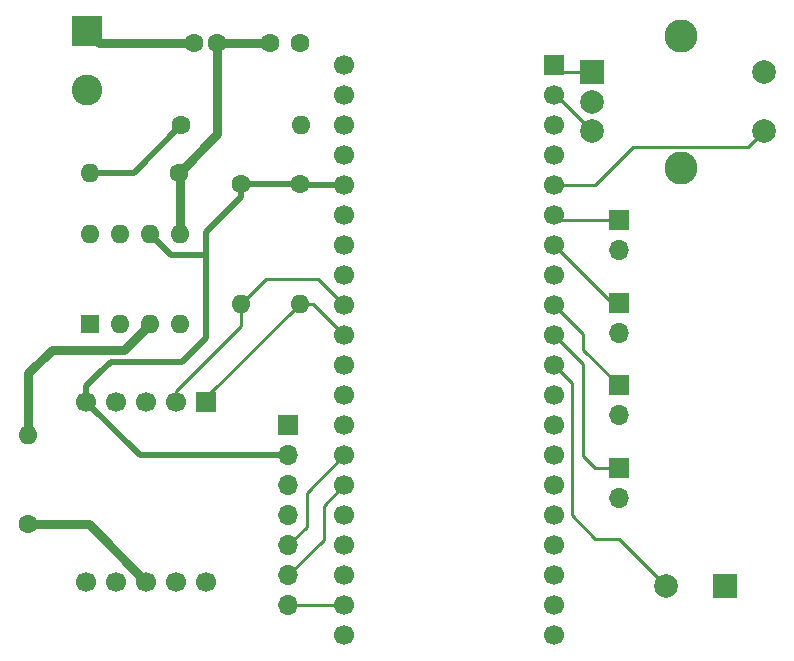
<source format=gbr>
%TF.GenerationSoftware,KiCad,Pcbnew,(6.0.4)*%
%TF.CreationDate,2023-07-03T21:21:24-07:00*%
%TF.ProjectId,299_RadioConfig,3239395f-5261-4646-996f-436f6e666967,rev?*%
%TF.SameCoordinates,Original*%
%TF.FileFunction,Copper,L1,Top*%
%TF.FilePolarity,Positive*%
%FSLAX46Y46*%
G04 Gerber Fmt 4.6, Leading zero omitted, Abs format (unit mm)*
G04 Created by KiCad (PCBNEW (6.0.4)) date 2023-07-03 21:21:24*
%MOMM*%
%LPD*%
G01*
G04 APERTURE LIST*
%TA.AperFunction,ComponentPad*%
%ADD10R,1.700000X1.700000*%
%TD*%
%TA.AperFunction,ComponentPad*%
%ADD11C,1.700000*%
%TD*%
%TA.AperFunction,ComponentPad*%
%ADD12C,1.600000*%
%TD*%
%TA.AperFunction,ComponentPad*%
%ADD13O,1.600000X1.600000*%
%TD*%
%TA.AperFunction,ComponentPad*%
%ADD14O,1.700000X1.700000*%
%TD*%
%TA.AperFunction,ComponentPad*%
%ADD15R,2.600000X2.600000*%
%TD*%
%TA.AperFunction,ComponentPad*%
%ADD16C,2.600000*%
%TD*%
%TA.AperFunction,ComponentPad*%
%ADD17R,2.000000X2.000000*%
%TD*%
%TA.AperFunction,ComponentPad*%
%ADD18C,2.000000*%
%TD*%
%TA.AperFunction,ComponentPad*%
%ADD19C,2.800000*%
%TD*%
%TA.AperFunction,ComponentPad*%
%ADD20R,1.600000X1.600000*%
%TD*%
%TA.AperFunction,Conductor*%
%ADD21C,0.750000*%
%TD*%
%TA.AperFunction,Conductor*%
%ADD22C,0.250000*%
%TD*%
%TA.AperFunction,Conductor*%
%ADD23C,0.500000*%
%TD*%
G04 APERTURE END LIST*
D10*
%TO.P,U2,1,SDIO*%
%TO.N,Net-(R2-Pad2)*%
X147080000Y-83380000D03*
D11*
%TO.P,U2,2,SCLK*%
%TO.N,Net-(R1-Pad2)*%
X144540000Y-83380000D03*
%TO.P,U2,3,N/C*%
%TO.N,unconnected-(U2-Pad3)*%
X142000000Y-83380000D03*
%TO.P,U2,4,N/C*%
%TO.N,unconnected-(U2-Pad4)*%
X139460000Y-83380000D03*
%TO.P,U2,5,VDD*%
%TO.N,Net-(DISP1-Pad2)*%
X136920000Y-83380000D03*
%TO.P,U2,6,GND*%
%TO.N,GND*%
X136920000Y-98620000D03*
%TO.P,U2,7,ROUT*%
%TO.N,unconnected-(U2-Pad7)*%
X139460000Y-98620000D03*
%TO.P,U2,8,LOUT*%
%TO.N,Net-(C4-Pad1)*%
X142000000Y-98620000D03*
%TO.P,U2,9,N/C*%
%TO.N,unconnected-(U2-Pad9)*%
X144540000Y-98620000D03*
%TO.P,U2,10,FMIN*%
%TO.N,unconnected-(U2-Pad10)*%
X147080000Y-98620000D03*
%TD*%
D12*
%TO.P,C3,1*%
%TO.N,Net-(C1-Pad1)*%
X148000000Y-53000000D03*
%TO.P,C3,2*%
%TO.N,Net-(C3-Pad2)*%
X146000000Y-53000000D03*
%TD*%
%TO.P,C2,1*%
%TO.N,GND*%
X155000000Y-53000000D03*
%TO.P,C2,2*%
%TO.N,Net-(C1-Pad1)*%
X152500000Y-53000000D03*
%TD*%
%TO.P,R1,1*%
%TO.N,Net-(DISP1-Pad2)*%
X150000000Y-64920000D03*
D13*
%TO.P,R1,2*%
%TO.N,Net-(R1-Pad2)*%
X150000000Y-75080000D03*
%TD*%
D10*
%TO.P,SW5,1,1*%
%TO.N,Net-(SW5-Pad1)*%
X182000000Y-89000000D03*
D14*
%TO.P,SW5,2,2*%
%TO.N,GND*%
X182000000Y-91540000D03*
%TD*%
D12*
%TO.P,R2,1*%
%TO.N,Net-(DISP1-Pad2)*%
X155000000Y-64920000D03*
D13*
%TO.P,R2,2*%
%TO.N,Net-(R2-Pad2)*%
X155000000Y-75080000D03*
%TD*%
D15*
%TO.P,LS1,1,1*%
%TO.N,Net-(C3-Pad2)*%
X137000000Y-52000000D03*
D16*
%TO.P,LS1,2,2*%
%TO.N,GND*%
X137000000Y-57000000D03*
%TD*%
D17*
%TO.P,SW1,A,A*%
%TO.N,Net-(SW1-PadA)*%
X179750000Y-55500000D03*
D18*
%TO.P,SW1,B,B*%
%TO.N,Net-(SW1-PadB)*%
X179750000Y-60500000D03*
%TO.P,SW1,C,C*%
%TO.N,GND*%
X179750000Y-58000000D03*
D19*
%TO.P,SW1,MP*%
%TO.N,unconnected-(SW1-PadMP)*%
X187250000Y-52400000D03*
X187250000Y-63600000D03*
D18*
%TO.P,SW1,S1,S1*%
%TO.N,GND*%
X194250000Y-55500000D03*
%TO.P,SW1,S2,S2*%
%TO.N,Net-(SW1-PadS2)*%
X194250000Y-60500000D03*
%TD*%
D10*
%TO.P,SW3,1,1*%
%TO.N,Net-(SW3-Pad1)*%
X182000000Y-68000000D03*
D14*
%TO.P,SW3,2,2*%
%TO.N,GND*%
X182000000Y-70540000D03*
%TD*%
D12*
%TO.P,R3,1*%
%TO.N,Net-(C1-Pad2)*%
X144920000Y-60000000D03*
D13*
%TO.P,R3,2*%
%TO.N,GND*%
X155080000Y-60000000D03*
%TD*%
D10*
%TO.P,SW2,1,1*%
%TO.N,Net-(SW2-Pad1)*%
X182000000Y-75000000D03*
D14*
%TO.P,SW2,2,2*%
%TO.N,GND*%
X182000000Y-77540000D03*
%TD*%
D17*
%TO.P,BZ1,1,-*%
%TO.N,GND*%
X191000000Y-99000000D03*
D18*
%TO.P,BZ1,2,+*%
%TO.N,Net-(U1-Pad11)*%
X186000000Y-99000000D03*
%TD*%
D12*
%TO.P,C1,1*%
%TO.N,Net-(C1-Pad1)*%
X144750000Y-64000000D03*
D13*
%TO.P,C1,2*%
%TO.N,Net-(C1-Pad2)*%
X137250000Y-64000000D03*
%TD*%
D20*
%TO.P,U3,1,GAIN*%
%TO.N,unconnected-(U3-Pad1)*%
X137200000Y-76800000D03*
D13*
%TO.P,U3,2,-*%
%TO.N,GND*%
X139740000Y-76800000D03*
%TO.P,U3,3,+*%
%TO.N,Net-(C4-Pad2)*%
X142280000Y-76800000D03*
%TO.P,U3,4,GND*%
%TO.N,GND*%
X144820000Y-76800000D03*
%TO.P,U3,5*%
%TO.N,Net-(C1-Pad1)*%
X144820000Y-69180000D03*
%TO.P,U3,6,V+*%
%TO.N,Net-(DISP1-Pad2)*%
X142280000Y-69180000D03*
%TO.P,U3,7,BYPASS*%
%TO.N,unconnected-(U3-Pad7)*%
X139740000Y-69180000D03*
%TO.P,U3,8,GAIN*%
%TO.N,unconnected-(U3-Pad8)*%
X137200000Y-69180000D03*
%TD*%
D10*
%TO.P,DISP1,1,VSS/GND*%
%TO.N,GND*%
X154000000Y-85375000D03*
D14*
%TO.P,DISP1,2,VDD*%
%TO.N,Net-(DISP1-Pad2)*%
X154000000Y-87915000D03*
%TO.P,DISP1,3,SCLK*%
%TO.N,Net-(DISP1-Pad3)*%
X154000000Y-92995000D03*
%TO.P,DISP1,4,SDA*%
%TO.N,Net-(DISP1-Pad4)*%
X154000000Y-90455000D03*
%TO.P,DISP1,5,RES*%
%TO.N,Net-(DISP1-Pad5)*%
X154000000Y-95535000D03*
%TO.P,DISP1,6,DC*%
%TO.N,Net-(DISP1-Pad6)*%
X154000000Y-98075000D03*
%TO.P,DISP1,7,CS*%
%TO.N,Net-(DISP1-Pad7)*%
X154000000Y-100615000D03*
%TD*%
D10*
%TO.P,SW4,1,1*%
%TO.N,Net-(SW4-Pad1)*%
X182000000Y-82000000D03*
D14*
%TO.P,SW4,2,2*%
%TO.N,GND*%
X182000000Y-84540000D03*
%TD*%
D12*
%TO.P,C4,1*%
%TO.N,Net-(C4-Pad1)*%
X132000000Y-93750000D03*
D13*
%TO.P,C4,2*%
%TO.N,Net-(C4-Pad2)*%
X132000000Y-86250000D03*
%TD*%
D10*
%TO.P,U1,1,GP0*%
%TO.N,Net-(SW1-PadA)*%
X176530000Y-54900000D03*
D11*
%TO.P,U1,2,GP1*%
%TO.N,Net-(SW1-PadB)*%
X176530000Y-57440000D03*
%TO.P,U1,3,GND*%
%TO.N,GND*%
X176530000Y-59980000D03*
%TO.P,U1,4,GP2*%
%TO.N,unconnected-(U1-Pad4)*%
X176530000Y-62520000D03*
%TO.P,U1,5,GP3*%
%TO.N,Net-(SW1-PadS2)*%
X176530000Y-65060000D03*
%TO.P,U1,6,GP4*%
%TO.N,Net-(SW3-Pad1)*%
X176530000Y-67600000D03*
%TO.P,U1,7,GP5*%
%TO.N,Net-(SW2-Pad1)*%
X176530000Y-70140000D03*
%TO.P,U1,8,GND*%
%TO.N,unconnected-(U1-Pad8)*%
X176530000Y-72680000D03*
%TO.P,U1,9,GP6*%
%TO.N,Net-(SW4-Pad1)*%
X176530000Y-75220000D03*
%TO.P,U1,10,GP7*%
%TO.N,Net-(SW5-Pad1)*%
X176530000Y-77760000D03*
%TO.P,U1,11,GP8*%
%TO.N,Net-(U1-Pad11)*%
X176530000Y-80300000D03*
%TO.P,U1,12,GP9*%
%TO.N,unconnected-(U1-Pad12)*%
X176530000Y-82840000D03*
%TO.P,U1,13,GND*%
%TO.N,unconnected-(U1-Pad13)*%
X176530000Y-85380000D03*
%TO.P,U1,14,GP10*%
%TO.N,unconnected-(U1-Pad14)*%
X176530000Y-87920000D03*
%TO.P,U1,15,GP11*%
%TO.N,unconnected-(U1-Pad15)*%
X176530000Y-90460000D03*
%TO.P,U1,16,GP12*%
%TO.N,unconnected-(U1-Pad16)*%
X176530000Y-93000000D03*
%TO.P,U1,17,GP13*%
%TO.N,unconnected-(U1-Pad17)*%
X176530000Y-95540000D03*
%TO.P,U1,18,GND*%
%TO.N,GND*%
X176530000Y-98080000D03*
%TO.P,U1,19,GP14*%
%TO.N,unconnected-(U1-Pad19)*%
X176530000Y-100620000D03*
%TO.P,U1,20,GP15*%
%TO.N,unconnected-(U1-Pad20)*%
X176530000Y-103160000D03*
%TO.P,U1,21,GP16*%
%TO.N,unconnected-(U1-Pad21)*%
X158750000Y-103160000D03*
%TO.P,U1,22,GP17*%
%TO.N,Net-(DISP1-Pad7)*%
X158750000Y-100620000D03*
%TO.P,U1,23,GND*%
%TO.N,unconnected-(U1-Pad23)*%
X158750000Y-98080000D03*
%TO.P,U1,24,GP18*%
%TO.N,Net-(DISP1-Pad3)*%
X158750000Y-95540000D03*
%TO.P,U1,25,GP19*%
%TO.N,Net-(DISP1-Pad4)*%
X158750000Y-93000000D03*
%TO.P,U1,26,GP20*%
%TO.N,Net-(DISP1-Pad6)*%
X158750000Y-90460000D03*
%TO.P,U1,27,GP21*%
%TO.N,Net-(DISP1-Pad5)*%
X158750000Y-87920000D03*
%TO.P,U1,28,GND*%
%TO.N,GND*%
X158750000Y-85380000D03*
%TO.P,U1,29,GP22*%
%TO.N,unconnected-(U1-Pad29)*%
X158750000Y-82840000D03*
%TO.P,U1,30,RUN*%
%TO.N,unconnected-(U1-Pad30)*%
X158750000Y-80300000D03*
%TO.P,U1,31,GP26/ADC0*%
%TO.N,Net-(R2-Pad2)*%
X158750000Y-77760000D03*
%TO.P,U1,32,GP27/ADC1*%
%TO.N,Net-(R1-Pad2)*%
X158750000Y-75220000D03*
%TO.P,U1,33,GND*%
%TO.N,unconnected-(U1-Pad33)*%
X158750000Y-72680000D03*
%TO.P,U1,34,GP28/ADC2*%
%TO.N,unconnected-(U1-Pad34)*%
X158750000Y-70140000D03*
%TO.P,U1,35,ADC_VREF*%
%TO.N,unconnected-(U1-Pad35)*%
X158750000Y-67600000D03*
%TO.P,U1,36,3V3*%
%TO.N,Net-(DISP1-Pad2)*%
X158750000Y-65060000D03*
%TO.P,U1,37,3V3_EN*%
%TO.N,unconnected-(U1-Pad37)*%
X158750000Y-62520000D03*
%TO.P,U1,38,GND*%
%TO.N,GND*%
X158750000Y-59980000D03*
%TO.P,U1,39,VSYS*%
%TO.N,unconnected-(U1-Pad39)*%
X158750000Y-57440000D03*
%TO.P,U1,40,VBUS*%
%TO.N,unconnected-(U1-Pad40)*%
X158750000Y-54900000D03*
%TD*%
D21*
%TO.N,Net-(C1-Pad1)*%
X148000000Y-60750000D02*
X148000000Y-53000000D01*
X144750000Y-64000000D02*
X148000000Y-60750000D01*
%TO.N,Net-(C4-Pad1)*%
X137130000Y-93750000D02*
X132000000Y-93750000D01*
X142000000Y-98620000D02*
X137130000Y-93750000D01*
D22*
%TO.N,Net-(R1-Pad2)*%
X152080000Y-73000000D02*
X156530000Y-73000000D01*
X150000000Y-75080000D02*
X152080000Y-73000000D01*
%TO.N,Net-(R2-Pad2)*%
X147080000Y-83000000D02*
X147080000Y-83380000D01*
X155000000Y-75080000D02*
X147080000Y-83000000D01*
X156070000Y-75080000D02*
X155000000Y-75080000D01*
X158750000Y-77760000D02*
X156070000Y-75080000D01*
%TO.N,Net-(R1-Pad2)*%
X144540000Y-82460000D02*
X144540000Y-83380000D01*
X150000000Y-77000000D02*
X144540000Y-82460000D01*
X150000000Y-75080000D02*
X150000000Y-77000000D01*
X158750000Y-75220000D02*
X156530000Y-73000000D01*
D23*
%TO.N,Net-(DISP1-Pad2)*%
X141455000Y-87915000D02*
X154000000Y-87915000D01*
X136920000Y-83380000D02*
X141455000Y-87915000D01*
D21*
%TO.N,Net-(C4-Pad2)*%
X140080000Y-79000000D02*
X142280000Y-76800000D01*
X132000000Y-81000000D02*
X134000000Y-79000000D01*
X132000000Y-86250000D02*
X132000000Y-81000000D01*
X134000000Y-79000000D02*
X140080000Y-79000000D01*
D23*
%TO.N,Net-(DISP1-Pad2)*%
X145000000Y-80000000D02*
X139000000Y-80000000D01*
X139000000Y-80000000D02*
X138000000Y-81000000D01*
X147000000Y-78000000D02*
X145000000Y-80000000D01*
X147000000Y-71000000D02*
X147000000Y-78000000D01*
X136920000Y-82080000D02*
X136920000Y-83380000D01*
X138000000Y-81000000D02*
X136920000Y-82080000D01*
%TO.N,Net-(C1-Pad2)*%
X140920000Y-64000000D02*
X144920000Y-60000000D01*
X137250000Y-64000000D02*
X140920000Y-64000000D01*
D21*
%TO.N,Net-(C1-Pad1)*%
X148000000Y-53000000D02*
X152500000Y-53000000D01*
D23*
%TO.N,Net-(DISP1-Pad2)*%
X144100000Y-71000000D02*
X142280000Y-69180000D01*
X147000000Y-71000000D02*
X144100000Y-71000000D01*
X150000000Y-66051370D02*
X147000000Y-69051370D01*
X147000000Y-69051370D02*
X147000000Y-71000000D01*
X150000000Y-64920000D02*
X150000000Y-66051370D01*
D21*
%TO.N,Net-(C3-Pad2)*%
X146000000Y-53000000D02*
X138000000Y-53000000D01*
X138000000Y-53000000D02*
X137000000Y-52000000D01*
%TO.N,Net-(C1-Pad1)*%
X144820000Y-64070000D02*
X144750000Y-64000000D01*
X144820000Y-69180000D02*
X144820000Y-64070000D01*
D23*
%TO.N,Net-(DISP1-Pad2)*%
X155000000Y-64920000D02*
X150000000Y-64920000D01*
X158750000Y-65060000D02*
X155140000Y-65060000D01*
X155140000Y-65060000D02*
X155000000Y-64920000D01*
D22*
%TO.N,Net-(DISP1-Pad5)*%
X155550480Y-93984520D02*
X155550480Y-91119520D01*
X155550480Y-91119520D02*
X158750000Y-87920000D01*
X154000000Y-95535000D02*
X155550480Y-93984520D01*
%TO.N,Net-(DISP1-Pad6)*%
X157000000Y-92210000D02*
X158750000Y-90460000D01*
X154000000Y-98075000D02*
X157000000Y-95075000D01*
X157000000Y-95075000D02*
X157000000Y-92210000D01*
%TO.N,Net-(DISP1-Pad7)*%
X154000000Y-100615000D02*
X158745000Y-100615000D01*
X158745000Y-100615000D02*
X158750000Y-100620000D01*
%TO.N,Net-(R2-Pad2)*%
X147080000Y-82920000D02*
X147080000Y-83380000D01*
%TO.N,Net-(U1-Pad11)*%
X178000000Y-93000000D02*
X178000000Y-81770000D01*
X180000000Y-95000000D02*
X178000000Y-93000000D01*
X178000000Y-81770000D02*
X176530000Y-80300000D01*
X182000000Y-95000000D02*
X180000000Y-95000000D01*
X186000000Y-99000000D02*
X182000000Y-95000000D01*
%TO.N,Net-(SW2-Pad1)*%
X182000000Y-75000000D02*
X181390000Y-75000000D01*
X181390000Y-75000000D02*
X176530000Y-70140000D01*
%TO.N,Net-(SW3-Pad1)*%
X182000000Y-68000000D02*
X176930000Y-68000000D01*
X176930000Y-68000000D02*
X176530000Y-67600000D01*
%TO.N,Net-(SW4-Pad1)*%
X179000000Y-77690000D02*
X176530000Y-75220000D01*
X179000000Y-79000000D02*
X179000000Y-77690000D01*
X182000000Y-82000000D02*
X179000000Y-79000000D01*
%TO.N,Net-(SW5-Pad1)*%
X179000000Y-80230000D02*
X176530000Y-77760000D01*
X182000000Y-89000000D02*
X180000000Y-89000000D01*
X179000000Y-88000000D02*
X179000000Y-80230000D01*
X180000000Y-89000000D02*
X179000000Y-88000000D01*
%TO.N,Net-(SW1-PadS2)*%
X179940000Y-65060000D02*
X176530000Y-65060000D01*
X183175489Y-61824511D02*
X179940000Y-65060000D01*
X192925489Y-61824511D02*
X183175489Y-61824511D01*
X194250000Y-60500000D02*
X192925489Y-61824511D01*
%TO.N,Net-(DISP1-Pad2)*%
X155940000Y-65060000D02*
X155800000Y-64920000D01*
X155940000Y-65060000D02*
X155140000Y-65060000D01*
%TO.N,Net-(SW1-PadA)*%
X179750000Y-55500000D02*
X177130000Y-55500000D01*
X177130000Y-55500000D02*
X176530000Y-54900000D01*
%TO.N,Net-(SW1-PadB)*%
X179750000Y-60500000D02*
X176690000Y-57440000D01*
X176690000Y-57440000D02*
X176530000Y-57440000D01*
%TD*%
M02*

</source>
